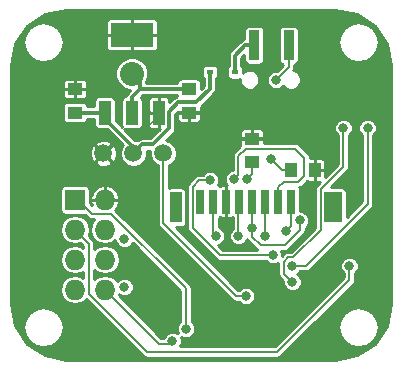
<source format=gbl>
G04 #@! TF.FileFunction,Copper,L2,Bot,Signal*
%FSLAX46Y46*%
G04 Gerber Fmt 4.6, Leading zero omitted, Abs format (unit mm)*
G04 Created by KiCad (PCBNEW 4.0.4+e1-6308~48~ubuntu16.04.1-stable) date Tue Nov 15 18:16:49 2016*
%MOMM*%
%LPD*%
G01*
G04 APERTURE LIST*
%ADD10C,0.100000*%
%ADD11R,1.000000X1.250000*%
%ADD12R,1.250000X1.000000*%
%ADD13R,0.590000X0.450000*%
%ADD14R,0.900000X2.500000*%
%ADD15C,1.500000*%
%ADD16R,3.657600X2.032000*%
%ADD17R,1.016000X2.032000*%
%ADD18R,1.727200X1.727200*%
%ADD19O,1.727200X1.727200*%
%ADD20R,0.700000X2.000000*%
%ADD21R,1.000000X2.600000*%
%ADD22R,1.500000X2.600000*%
%ADD23C,0.800000*%
%ADD24C,2.032000*%
%ADD25C,0.203200*%
%ADD26C,0.304800*%
%ADD27C,0.254000*%
G04 APERTURE END LIST*
D10*
D11*
X161322000Y-100330000D03*
X163322000Y-100330000D03*
D12*
X157988000Y-99695000D03*
X157988000Y-97695000D03*
X143002000Y-95488000D03*
X143002000Y-93488000D03*
X152654000Y-93488000D03*
X152654000Y-95488000D03*
D13*
X154432000Y-92075000D03*
X156542000Y-92075000D03*
D14*
X161089000Y-89789000D03*
X158189000Y-89789000D03*
D15*
X145415000Y-98933000D03*
X147955000Y-98933000D03*
X150495000Y-98933000D03*
D16*
X147828000Y-88900000D03*
D17*
X147828000Y-95504000D03*
X145542000Y-95504000D03*
X150114000Y-95504000D03*
D18*
X143002000Y-102870000D03*
D19*
X145542000Y-102870000D03*
X143002000Y-105410000D03*
X145542000Y-105410000D03*
X143002000Y-107950000D03*
X145542000Y-107950000D03*
X143002000Y-110490000D03*
X145542000Y-110490000D03*
D20*
X153615000Y-103020000D03*
X154715000Y-103020000D03*
X155815000Y-103020000D03*
X156915000Y-103020000D03*
X158015000Y-103020000D03*
X159115000Y-103020000D03*
X160215000Y-103020000D03*
X161315000Y-103020000D03*
D21*
X151515000Y-103520000D03*
D22*
X164865000Y-103520000D03*
D23*
X163068000Y-101981000D03*
X148971000Y-96901000D03*
X162179000Y-111887000D03*
X155448000Y-108585000D03*
X153035000Y-100457000D03*
X154940000Y-112522000D03*
X147193000Y-110236000D03*
X147193000Y-106172000D03*
X157607000Y-101092000D03*
X158015000Y-105283000D03*
X162037878Y-104616201D03*
D24*
X147828000Y-92202000D03*
D23*
X157480000Y-111014800D03*
X154940000Y-105918000D03*
X156845000Y-105918000D03*
X159131000Y-105918000D03*
X156464000Y-101092000D03*
X160909000Y-105537000D03*
X159766000Y-107569000D03*
X154432000Y-101219000D03*
X167769420Y-96771580D03*
X161417000Y-108458000D03*
X165730047Y-96774113D03*
X161417000Y-109855000D03*
X151257000Y-114808000D03*
X152400000Y-113792000D03*
X166243000Y-108458000D03*
X160020000Y-92710000D03*
X159639000Y-99441000D03*
D25*
X145288000Y-102616000D02*
X145542000Y-102870000D01*
X163322000Y-100330000D02*
X163322000Y-101727000D01*
X163322000Y-101727000D02*
X163068000Y-101981000D01*
X150114000Y-95504000D02*
X150114000Y-95758000D01*
X150114000Y-95758000D02*
X148971000Y-96901000D01*
X150114000Y-95504000D02*
X150114000Y-96012000D01*
X146050000Y-102870000D02*
X145542000Y-102870000D01*
X155448000Y-100584000D02*
X155278199Y-100414199D01*
X155278199Y-100414199D02*
X153077801Y-100414199D01*
X153077801Y-100414199D02*
X153035000Y-100457000D01*
X155448000Y-101043894D02*
X155448000Y-100584000D01*
X155448000Y-101449800D02*
X155448000Y-101043894D01*
X155815000Y-103020000D02*
X155815000Y-101816800D01*
X155815000Y-101816800D02*
X155448000Y-101449800D01*
X157988000Y-99695000D02*
X157988000Y-100711000D01*
X157988000Y-100711000D02*
X157607000Y-101092000D01*
X158015000Y-103020000D02*
X158015000Y-105283000D01*
X158015000Y-105283000D02*
X158015000Y-105993106D01*
X158744695Y-106722801D02*
X160766305Y-106722801D01*
X162037878Y-105451228D02*
X162037878Y-104616201D01*
X160766305Y-106722801D02*
X162037878Y-105451228D01*
X158015000Y-105993106D02*
X158744695Y-106722801D01*
D26*
X148523200Y-93488000D02*
X148523200Y-92897200D01*
X148523200Y-92897200D02*
X147828000Y-92202000D01*
X147828000Y-95504000D02*
X147828000Y-94183200D01*
X147828000Y-94183200D02*
X148523200Y-93488000D01*
X148523200Y-93488000D02*
X151724200Y-93488000D01*
X151724200Y-93488000D02*
X152654000Y-93488000D01*
D25*
X156645894Y-111014800D02*
X150495000Y-104863906D01*
X150495000Y-104863906D02*
X150495000Y-98933000D01*
X156645894Y-111014800D02*
X157480000Y-111014800D01*
X154715000Y-103020000D02*
X154715000Y-105693000D01*
X154715000Y-105693000D02*
X154940000Y-105918000D01*
X154686000Y-103049000D02*
X154715000Y-103020000D01*
X156845000Y-105918000D02*
X156845000Y-103090000D01*
X156845000Y-103090000D02*
X156915000Y-103020000D01*
X159131000Y-105918000D02*
X159131000Y-103036000D01*
X159131000Y-103036000D02*
X159115000Y-103020000D01*
X156822358Y-100733642D02*
X156464000Y-101092000D01*
X156822358Y-99187000D02*
X156822358Y-100733642D01*
X161671000Y-98552000D02*
X157457358Y-98552000D01*
X157457358Y-98552000D02*
X156822358Y-99187000D01*
X162433000Y-99314000D02*
X161671000Y-98552000D01*
X162433000Y-100838000D02*
X162433000Y-99314000D01*
X161925000Y-101346000D02*
X162433000Y-100838000D01*
X160685800Y-101346000D02*
X161925000Y-101346000D01*
X160215000Y-103020000D02*
X160215000Y-101816800D01*
X160215000Y-101816800D02*
X160685800Y-101346000D01*
X160909000Y-105537000D02*
X161315000Y-105131000D01*
X161315000Y-105131000D02*
X161315000Y-103020000D01*
X155296262Y-107569000D02*
X152960199Y-105232937D01*
X152960199Y-105232937D02*
X152960199Y-101776159D01*
X152960199Y-101776159D02*
X153517358Y-101219000D01*
X153517358Y-101219000D02*
X153724894Y-101219000D01*
X153724894Y-101219000D02*
X154432000Y-101219000D01*
X155296262Y-107569000D02*
X159766000Y-107569000D01*
X161417000Y-108458000D02*
X162525642Y-108458000D01*
X167769420Y-103214222D02*
X167769420Y-96771580D01*
X162525642Y-108458000D02*
X167769420Y-103214222D01*
X165730047Y-96774113D02*
X165730047Y-100056311D01*
X160712199Y-108119695D02*
X160712199Y-109150199D01*
X165730047Y-100056311D02*
X163810199Y-101976159D01*
X161486801Y-107753199D02*
X161078695Y-107753199D01*
X163810199Y-101976159D02*
X163810199Y-105429801D01*
X160712199Y-109150199D02*
X161417000Y-109855000D01*
X163810199Y-105429801D02*
X161486801Y-107753199D01*
X161078695Y-107753199D02*
X160712199Y-108119695D01*
X150114000Y-115062000D02*
X151003000Y-115062000D01*
X151003000Y-115062000D02*
X151257000Y-114808000D01*
X150114000Y-115062000D02*
X145542000Y-110490000D01*
X143891000Y-103505000D02*
X143637000Y-103505000D01*
X143637000Y-103505000D02*
X143002000Y-102870000D01*
X144424401Y-104038401D02*
X143891000Y-103505000D01*
X152400000Y-113792000D02*
X152400000Y-110363000D01*
X152400000Y-110363000D02*
X146075401Y-104038401D01*
X146075401Y-104038401D02*
X144424401Y-104038401D01*
X166243000Y-108458000D02*
X166243000Y-109625738D01*
X160103537Y-115765201D02*
X149087967Y-115765201D01*
X166243000Y-109625738D02*
X160103537Y-115765201D01*
X149087967Y-115765201D02*
X144170401Y-110847635D01*
X143865599Y-106273599D02*
X143002000Y-105410000D01*
X144170401Y-110847635D02*
X144170401Y-106578401D01*
X144170401Y-106578401D02*
X143865599Y-106273599D01*
D26*
X156542000Y-92075000D02*
X156542000Y-90681200D01*
X156542000Y-90681200D02*
X157434200Y-89789000D01*
X157434200Y-89789000D02*
X158189000Y-89789000D01*
D25*
X160020000Y-92710000D02*
X161089000Y-91641000D01*
X161089000Y-91641000D02*
X161089000Y-89789000D01*
D26*
X145542000Y-95504000D02*
X145542000Y-96012000D01*
X145542000Y-96012000D02*
X147955000Y-98425000D01*
X147955000Y-98425000D02*
X147955000Y-98933000D01*
X150977601Y-96804481D02*
X149599081Y-98183001D01*
X149599081Y-98183001D02*
X148704999Y-98183001D01*
X148704999Y-98183001D02*
X147955000Y-98933000D01*
X151744519Y-94632399D02*
X153274683Y-94632399D01*
X150977601Y-96804481D02*
X150977601Y-95399317D01*
X150977601Y-95399317D02*
X151744519Y-94632399D01*
X153274683Y-94632399D02*
X154432000Y-93475082D01*
X154432000Y-93475082D02*
X154432000Y-92075000D01*
X143002000Y-95488000D02*
X145526000Y-95488000D01*
X145526000Y-95488000D02*
X145542000Y-95504000D01*
D25*
X160528000Y-100330000D02*
X161322000Y-100330000D01*
X159639000Y-99441000D02*
X160528000Y-100330000D01*
D27*
G36*
X166875864Y-87152685D02*
X168381368Y-88158631D01*
X169387316Y-89664138D01*
X169749000Y-91482448D01*
X169749000Y-111717552D01*
X169387316Y-113535862D01*
X168381368Y-115041369D01*
X166875864Y-116047315D01*
X165057552Y-116409000D01*
X142282448Y-116409000D01*
X140464138Y-116047316D01*
X138958631Y-115041368D01*
X138038971Y-113665000D01*
X138634000Y-113665000D01*
X138763481Y-114315945D01*
X139132211Y-114867789D01*
X139684055Y-115236519D01*
X140335000Y-115366000D01*
X140985945Y-115236519D01*
X141537789Y-114867789D01*
X141906519Y-114315945D01*
X142036000Y-113665000D01*
X141906519Y-113014055D01*
X141537789Y-112462211D01*
X140985945Y-112093481D01*
X140335000Y-111964000D01*
X139684055Y-112093481D01*
X139132211Y-112462211D01*
X138763481Y-113014055D01*
X138634000Y-113665000D01*
X138038971Y-113665000D01*
X137952685Y-113535864D01*
X137591000Y-111717552D01*
X137591000Y-105410000D01*
X141733017Y-105410000D01*
X141827757Y-105886288D01*
X142097552Y-106290065D01*
X142501329Y-106559860D01*
X142977617Y-106654600D01*
X143026383Y-106654600D01*
X143474887Y-106565387D01*
X143524347Y-106614846D01*
X143524349Y-106614849D01*
X143687801Y-106778301D01*
X143687801Y-106923840D01*
X143502671Y-106800140D01*
X143026383Y-106705400D01*
X142977617Y-106705400D01*
X142501329Y-106800140D01*
X142097552Y-107069935D01*
X141827757Y-107473712D01*
X141733017Y-107950000D01*
X141827757Y-108426288D01*
X142097552Y-108830065D01*
X142501329Y-109099860D01*
X142977617Y-109194600D01*
X143026383Y-109194600D01*
X143502671Y-109099860D01*
X143687801Y-108976160D01*
X143687801Y-109463840D01*
X143502671Y-109340140D01*
X143026383Y-109245400D01*
X142977617Y-109245400D01*
X142501329Y-109340140D01*
X142097552Y-109609935D01*
X141827757Y-110013712D01*
X141733017Y-110490000D01*
X141827757Y-110966288D01*
X142097552Y-111370065D01*
X142501329Y-111639860D01*
X142977617Y-111734600D01*
X143026383Y-111734600D01*
X143502671Y-111639860D01*
X143906448Y-111370065D01*
X143948058Y-111307792D01*
X148746715Y-116106448D01*
X148746717Y-116106451D01*
X148903284Y-116211065D01*
X149087967Y-116247802D01*
X149087972Y-116247801D01*
X160103537Y-116247801D01*
X160288220Y-116211065D01*
X160444787Y-116106451D01*
X162886238Y-113665000D01*
X165304000Y-113665000D01*
X165433481Y-114315945D01*
X165802211Y-114867789D01*
X166354055Y-115236519D01*
X167005000Y-115366000D01*
X167655945Y-115236519D01*
X168207789Y-114867789D01*
X168576519Y-114315945D01*
X168706000Y-113665000D01*
X168576519Y-113014055D01*
X168207789Y-112462211D01*
X167655945Y-112093481D01*
X167005000Y-111964000D01*
X166354055Y-112093481D01*
X165802211Y-112462211D01*
X165433481Y-113014055D01*
X165304000Y-113665000D01*
X162886238Y-113665000D01*
X166584250Y-109966988D01*
X166688864Y-109810421D01*
X166725600Y-109625738D01*
X166725600Y-109079780D01*
X166904714Y-108900979D01*
X167023864Y-108614032D01*
X167024136Y-108303331D01*
X166905486Y-108016177D01*
X166685979Y-107796286D01*
X166399032Y-107677136D01*
X166088331Y-107676864D01*
X165801177Y-107795514D01*
X165581286Y-108015021D01*
X165462136Y-108301968D01*
X165461864Y-108612669D01*
X165580514Y-108899823D01*
X165760400Y-109080024D01*
X165760400Y-109425838D01*
X159903637Y-115282601D01*
X151887037Y-115282601D01*
X151918714Y-115250979D01*
X152037864Y-114964032D01*
X152038136Y-114653331D01*
X151954691Y-114451380D01*
X151957021Y-114453714D01*
X152243968Y-114572864D01*
X152554669Y-114573136D01*
X152841823Y-114454486D01*
X153061714Y-114234979D01*
X153180864Y-113948032D01*
X153181136Y-113637331D01*
X153062486Y-113350177D01*
X152882600Y-113169976D01*
X152882600Y-110363005D01*
X152882601Y-110363000D01*
X152845864Y-110178317D01*
X152741250Y-110021750D01*
X146429961Y-103710461D01*
X146556316Y-103591246D01*
X146755115Y-103148182D01*
X146769226Y-103077232D01*
X146691280Y-102882700D01*
X145554700Y-102882700D01*
X145554700Y-102902700D01*
X145529300Y-102902700D01*
X145529300Y-102882700D01*
X144392720Y-102882700D01*
X144314774Y-103077232D01*
X144328885Y-103148182D01*
X144420203Y-103351703D01*
X144254064Y-103185564D01*
X144254064Y-102662768D01*
X144314774Y-102662768D01*
X144392720Y-102857300D01*
X145529300Y-102857300D01*
X145529300Y-101720714D01*
X145554700Y-101720714D01*
X145554700Y-102857300D01*
X146691280Y-102857300D01*
X146769226Y-102662768D01*
X146755115Y-102591818D01*
X146556316Y-102148754D01*
X146203097Y-101815494D01*
X145749232Y-101642773D01*
X145554700Y-101720714D01*
X145529300Y-101720714D01*
X145334768Y-101642773D01*
X144880903Y-101815494D01*
X144527684Y-102148754D01*
X144328885Y-102591818D01*
X144314774Y-102662768D01*
X144254064Y-102662768D01*
X144254064Y-102006400D01*
X144227497Y-101865210D01*
X144144054Y-101735535D01*
X144016734Y-101648541D01*
X143865600Y-101617936D01*
X142138400Y-101617936D01*
X141997210Y-101644503D01*
X141867535Y-101727946D01*
X141780541Y-101855266D01*
X141749936Y-102006400D01*
X141749936Y-103733600D01*
X141776503Y-103874790D01*
X141859946Y-104004465D01*
X141987266Y-104091459D01*
X142138400Y-104122064D01*
X143825564Y-104122064D01*
X144083151Y-104379651D01*
X144239718Y-104484265D01*
X144424401Y-104521001D01*
X144650923Y-104521001D01*
X144637552Y-104529935D01*
X144367757Y-104933712D01*
X144273017Y-105410000D01*
X144367757Y-105886288D01*
X144637552Y-106290065D01*
X145041329Y-106559860D01*
X145517617Y-106654600D01*
X145566383Y-106654600D01*
X146042671Y-106559860D01*
X146411876Y-106313165D01*
X146411864Y-106326669D01*
X146530514Y-106613823D01*
X146750021Y-106833714D01*
X147036968Y-106952864D01*
X147347669Y-106953136D01*
X147634823Y-106834486D01*
X147854714Y-106614979D01*
X147888386Y-106533886D01*
X151917400Y-110562900D01*
X151917400Y-113170220D01*
X151738286Y-113349021D01*
X151619136Y-113635968D01*
X151618864Y-113946669D01*
X151702309Y-114148620D01*
X151699979Y-114146286D01*
X151413032Y-114027136D01*
X151102331Y-114026864D01*
X150815177Y-114145514D01*
X150595286Y-114365021D01*
X150506269Y-114579400D01*
X150313899Y-114579400D01*
X146710053Y-110975553D01*
X146716243Y-110966288D01*
X146733229Y-110880893D01*
X146750021Y-110897714D01*
X147036968Y-111016864D01*
X147347669Y-111017136D01*
X147634823Y-110898486D01*
X147854714Y-110678979D01*
X147973864Y-110392032D01*
X147974136Y-110081331D01*
X147855486Y-109794177D01*
X147635979Y-109574286D01*
X147349032Y-109455136D01*
X147038331Y-109454864D01*
X146751177Y-109573514D01*
X146553779Y-109770567D01*
X146446448Y-109609935D01*
X146042671Y-109340140D01*
X145566383Y-109245400D01*
X145517617Y-109245400D01*
X145041329Y-109340140D01*
X144653001Y-109599612D01*
X144653001Y-108840388D01*
X145041329Y-109099860D01*
X145517617Y-109194600D01*
X145566383Y-109194600D01*
X146042671Y-109099860D01*
X146446448Y-108830065D01*
X146716243Y-108426288D01*
X146810983Y-107950000D01*
X146716243Y-107473712D01*
X146446448Y-107069935D01*
X146042671Y-106800140D01*
X145566383Y-106705400D01*
X145517617Y-106705400D01*
X145041329Y-106800140D01*
X144653001Y-107059612D01*
X144653001Y-106578401D01*
X144616265Y-106393718D01*
X144511651Y-106237151D01*
X144206849Y-105932349D01*
X144206846Y-105932347D01*
X144170052Y-105895553D01*
X144176243Y-105886288D01*
X144270983Y-105410000D01*
X144176243Y-104933712D01*
X143906448Y-104529935D01*
X143502671Y-104260140D01*
X143026383Y-104165400D01*
X142977617Y-104165400D01*
X142501329Y-104260140D01*
X142097552Y-104529935D01*
X141827757Y-104933712D01*
X141733017Y-105410000D01*
X137591000Y-105410000D01*
X137591000Y-99689980D01*
X144675980Y-99689980D01*
X144747506Y-99873333D01*
X145158165Y-100057193D01*
X145607926Y-100069905D01*
X146028315Y-99909534D01*
X146082494Y-99873333D01*
X146154020Y-99689980D01*
X145415000Y-98950961D01*
X144675980Y-99689980D01*
X137591000Y-99689980D01*
X137591000Y-99125926D01*
X144278095Y-99125926D01*
X144438466Y-99546315D01*
X144474667Y-99600494D01*
X144658020Y-99672020D01*
X145397039Y-98933000D01*
X145432961Y-98933000D01*
X146171980Y-99672020D01*
X146355333Y-99600494D01*
X146539193Y-99189835D01*
X146551905Y-98740074D01*
X146391534Y-98319685D01*
X146355333Y-98265506D01*
X146171980Y-98193980D01*
X145432961Y-98933000D01*
X145397039Y-98933000D01*
X144658020Y-98193980D01*
X144474667Y-98265506D01*
X144290807Y-98676165D01*
X144278095Y-99125926D01*
X137591000Y-99125926D01*
X137591000Y-98176020D01*
X144675980Y-98176020D01*
X145415000Y-98915039D01*
X146154020Y-98176020D01*
X146082494Y-97992667D01*
X145671835Y-97808807D01*
X145222074Y-97796095D01*
X144801685Y-97956466D01*
X144747506Y-97992667D01*
X144675980Y-98176020D01*
X137591000Y-98176020D01*
X137591000Y-94988000D01*
X141988536Y-94988000D01*
X141988536Y-95988000D01*
X142015103Y-96129190D01*
X142098546Y-96258865D01*
X142225866Y-96345859D01*
X142377000Y-96376464D01*
X143627000Y-96376464D01*
X143768190Y-96349897D01*
X143897865Y-96266454D01*
X143984859Y-96139134D01*
X144008700Y-96021400D01*
X144645536Y-96021400D01*
X144645536Y-96520000D01*
X144672103Y-96661190D01*
X144755546Y-96790865D01*
X144882866Y-96877859D01*
X145034000Y-96908464D01*
X145684122Y-96908464D01*
X147031983Y-98256325D01*
X146996744Y-98291503D01*
X146824196Y-98707043D01*
X146823804Y-99156983D01*
X146995625Y-99572823D01*
X147313503Y-99891256D01*
X147729043Y-100063804D01*
X148178983Y-100064196D01*
X148594823Y-99892375D01*
X148913256Y-99574497D01*
X149085804Y-99158957D01*
X149086190Y-98716401D01*
X149364188Y-98716401D01*
X149363804Y-99156983D01*
X149535625Y-99572823D01*
X149853503Y-99891256D01*
X150012400Y-99957236D01*
X150012400Y-104863906D01*
X150049136Y-105048589D01*
X150153750Y-105205156D01*
X156304644Y-111356050D01*
X156461211Y-111460664D01*
X156645894Y-111497401D01*
X156645899Y-111497400D01*
X156858220Y-111497400D01*
X157037021Y-111676514D01*
X157323968Y-111795664D01*
X157634669Y-111795936D01*
X157921823Y-111677286D01*
X158141714Y-111457779D01*
X158260864Y-111170832D01*
X158261136Y-110860131D01*
X158142486Y-110572977D01*
X157922979Y-110353086D01*
X157636032Y-110233936D01*
X157325331Y-110233664D01*
X157038177Y-110352314D01*
X156857976Y-110532200D01*
X156845794Y-110532200D01*
X151522058Y-105208464D01*
X152015000Y-105208464D01*
X152156190Y-105181897D01*
X152285865Y-105098454D01*
X152372859Y-104971134D01*
X152403464Y-104820000D01*
X152403464Y-102220000D01*
X152376897Y-102078810D01*
X152293454Y-101949135D01*
X152166134Y-101862141D01*
X152015000Y-101831536D01*
X151015000Y-101831536D01*
X150977600Y-101838573D01*
X150977600Y-101776159D01*
X152477599Y-101776159D01*
X152477599Y-105232937D01*
X152514335Y-105417620D01*
X152618949Y-105574187D01*
X154955012Y-107910250D01*
X155111579Y-108014864D01*
X155296262Y-108051600D01*
X159144220Y-108051600D01*
X159323021Y-108230714D01*
X159609968Y-108349864D01*
X159920669Y-108350136D01*
X160207823Y-108231486D01*
X160229599Y-108209748D01*
X160229599Y-109150199D01*
X160266335Y-109334882D01*
X160370949Y-109491449D01*
X160636086Y-109756586D01*
X160635864Y-110009669D01*
X160754514Y-110296823D01*
X160974021Y-110516714D01*
X161260968Y-110635864D01*
X161571669Y-110636136D01*
X161858823Y-110517486D01*
X162078714Y-110297979D01*
X162197864Y-110011032D01*
X162198136Y-109700331D01*
X162079486Y-109413177D01*
X161859979Y-109193286D01*
X161771525Y-109156557D01*
X161858823Y-109120486D01*
X162039024Y-108940600D01*
X162525642Y-108940600D01*
X162710325Y-108903864D01*
X162866892Y-108799250D01*
X168110670Y-103555472D01*
X168215284Y-103398905D01*
X168252020Y-103214222D01*
X168252020Y-97393360D01*
X168431134Y-97214559D01*
X168550284Y-96927612D01*
X168550556Y-96616911D01*
X168431906Y-96329757D01*
X168212399Y-96109866D01*
X167925452Y-95990716D01*
X167614751Y-95990444D01*
X167327597Y-96109094D01*
X167107706Y-96328601D01*
X166988556Y-96615548D01*
X166988284Y-96926249D01*
X167106934Y-97213403D01*
X167286820Y-97393604D01*
X167286820Y-103014322D01*
X166003464Y-104297678D01*
X166003464Y-102220000D01*
X165976897Y-102078810D01*
X165893454Y-101949135D01*
X165766134Y-101862141D01*
X165615000Y-101831536D01*
X164637322Y-101831536D01*
X166071297Y-100397561D01*
X166175911Y-100240994D01*
X166212647Y-100056311D01*
X166212647Y-97395893D01*
X166391761Y-97217092D01*
X166510911Y-96930145D01*
X166511183Y-96619444D01*
X166392533Y-96332290D01*
X166173026Y-96112399D01*
X165886079Y-95993249D01*
X165575378Y-95992977D01*
X165288224Y-96111627D01*
X165068333Y-96331134D01*
X164949183Y-96618081D01*
X164948911Y-96928782D01*
X165067561Y-97215936D01*
X165247447Y-97396137D01*
X165247447Y-99856411D01*
X164203000Y-100900858D01*
X164203000Y-100437950D01*
X164107750Y-100342700D01*
X163334700Y-100342700D01*
X163334700Y-101240750D01*
X163429950Y-101336000D01*
X163767858Y-101336000D01*
X163468949Y-101634909D01*
X163364335Y-101791476D01*
X163327599Y-101976159D01*
X163327599Y-105229901D01*
X161286901Y-107270599D01*
X161078700Y-107270599D01*
X161078695Y-107270598D01*
X160894012Y-107307335D01*
X160737445Y-107411949D01*
X160737443Y-107411952D01*
X160546971Y-107602423D01*
X160547136Y-107414331D01*
X160460808Y-107205401D01*
X160766305Y-107205401D01*
X160950988Y-107168665D01*
X161107555Y-107064051D01*
X162379128Y-105792478D01*
X162483742Y-105635911D01*
X162520479Y-105451228D01*
X162520478Y-105451223D01*
X162520478Y-105237981D01*
X162699592Y-105059180D01*
X162818742Y-104772233D01*
X162819014Y-104461532D01*
X162700364Y-104174378D01*
X162480857Y-103954487D01*
X162193910Y-103835337D01*
X162053464Y-103835214D01*
X162053464Y-102020000D01*
X162026897Y-101878810D01*
X161986692Y-101816329D01*
X162109683Y-101791864D01*
X162266250Y-101687250D01*
X162655199Y-101298300D01*
X162746214Y-101336000D01*
X163214050Y-101336000D01*
X163309300Y-101240750D01*
X163309300Y-100342700D01*
X163289300Y-100342700D01*
X163289300Y-100317300D01*
X163309300Y-100317300D01*
X163309300Y-99419250D01*
X163334700Y-99419250D01*
X163334700Y-100317300D01*
X164107750Y-100317300D01*
X164203000Y-100222050D01*
X164203000Y-99629215D01*
X164144996Y-99489181D01*
X164037820Y-99382004D01*
X163897786Y-99324000D01*
X163429950Y-99324000D01*
X163334700Y-99419250D01*
X163309300Y-99419250D01*
X163214050Y-99324000D01*
X162915600Y-99324000D01*
X162915600Y-99314005D01*
X162915601Y-99314000D01*
X162878864Y-99129317D01*
X162774250Y-98972750D01*
X162012250Y-98210750D01*
X161855683Y-98106136D01*
X161671000Y-98069400D01*
X158994000Y-98069400D01*
X158994000Y-97802950D01*
X158898750Y-97707700D01*
X158000700Y-97707700D01*
X158000700Y-97727700D01*
X157975300Y-97727700D01*
X157975300Y-97707700D01*
X157077250Y-97707700D01*
X156982000Y-97802950D01*
X156982000Y-98270786D01*
X157003695Y-98323163D01*
X156481108Y-98845750D01*
X156376494Y-99002317D01*
X156339758Y-99187000D01*
X156339758Y-100310891D01*
X156309331Y-100310864D01*
X156022177Y-100429514D01*
X155802286Y-100649021D01*
X155683136Y-100935968D01*
X155682864Y-101246669D01*
X155801514Y-101533823D01*
X155914721Y-101647229D01*
X155827700Y-101734250D01*
X155827700Y-103007300D01*
X155847700Y-103007300D01*
X155847700Y-103032700D01*
X155827700Y-103032700D01*
X155827700Y-104305750D01*
X155922950Y-104401000D01*
X156240786Y-104401000D01*
X156362400Y-104350626D01*
X156362400Y-105296220D01*
X156183286Y-105475021D01*
X156064136Y-105761968D01*
X156063864Y-106072669D01*
X156182514Y-106359823D01*
X156402021Y-106579714D01*
X156688968Y-106698864D01*
X156999669Y-106699136D01*
X157286823Y-106580486D01*
X157506714Y-106360979D01*
X157577551Y-106190383D01*
X157673750Y-106334356D01*
X158403443Y-107064048D01*
X158403445Y-107064051D01*
X158436893Y-107086400D01*
X155496162Y-107086400D01*
X155104738Y-106694976D01*
X155381823Y-106580486D01*
X155601714Y-106360979D01*
X155720864Y-106074032D01*
X155721136Y-105763331D01*
X155602486Y-105476177D01*
X155382979Y-105256286D01*
X155197600Y-105179310D01*
X155197600Y-104383513D01*
X155206190Y-104381897D01*
X155259805Y-104347397D01*
X155389214Y-104401000D01*
X155707050Y-104401000D01*
X155802300Y-104305750D01*
X155802300Y-103032700D01*
X155782300Y-103032700D01*
X155782300Y-103007300D01*
X155802300Y-103007300D01*
X155802300Y-101734250D01*
X155707050Y-101639000D01*
X155389214Y-101639000D01*
X155260373Y-101692368D01*
X155216134Y-101662141D01*
X155103147Y-101639261D01*
X155212864Y-101375032D01*
X155213136Y-101064331D01*
X155094486Y-100777177D01*
X154874979Y-100557286D01*
X154588032Y-100438136D01*
X154277331Y-100437864D01*
X153990177Y-100556514D01*
X153809976Y-100736400D01*
X153517363Y-100736400D01*
X153517358Y-100736399D01*
X153332675Y-100773136D01*
X153176108Y-100877750D01*
X152618949Y-101434909D01*
X152514335Y-101591476D01*
X152477599Y-101776159D01*
X150977600Y-101776159D01*
X150977600Y-99957338D01*
X151134823Y-99892375D01*
X151453256Y-99574497D01*
X151625804Y-99158957D01*
X151626196Y-98709017D01*
X151454375Y-98293177D01*
X151136497Y-97974744D01*
X150730334Y-97806090D01*
X151354772Y-97181652D01*
X151396491Y-97119214D01*
X156982000Y-97119214D01*
X156982000Y-97587050D01*
X157077250Y-97682300D01*
X157975300Y-97682300D01*
X157975300Y-96909250D01*
X158000700Y-96909250D01*
X158000700Y-97682300D01*
X158898750Y-97682300D01*
X158994000Y-97587050D01*
X158994000Y-97119214D01*
X158935996Y-96979180D01*
X158828819Y-96872004D01*
X158688785Y-96814000D01*
X158095950Y-96814000D01*
X158000700Y-96909250D01*
X157975300Y-96909250D01*
X157880050Y-96814000D01*
X157287215Y-96814000D01*
X157147181Y-96872004D01*
X157040004Y-96979180D01*
X156982000Y-97119214D01*
X151396491Y-97119214D01*
X151470398Y-97008604D01*
X151511002Y-96804481D01*
X151511001Y-96804476D01*
X151511001Y-95620259D01*
X151535310Y-95595950D01*
X151648000Y-95595950D01*
X151648000Y-96063786D01*
X151706004Y-96203820D01*
X151813181Y-96310996D01*
X151953215Y-96369000D01*
X152546050Y-96369000D01*
X152641300Y-96273750D01*
X152641300Y-95500700D01*
X152666700Y-95500700D01*
X152666700Y-96273750D01*
X152761950Y-96369000D01*
X153354785Y-96369000D01*
X153494819Y-96310996D01*
X153601996Y-96203820D01*
X153660000Y-96063786D01*
X153660000Y-95595950D01*
X153564750Y-95500700D01*
X152666700Y-95500700D01*
X152641300Y-95500700D01*
X151743250Y-95500700D01*
X151648000Y-95595950D01*
X151535310Y-95595950D01*
X151699605Y-95431655D01*
X151743250Y-95475300D01*
X152641300Y-95475300D01*
X152641300Y-95455300D01*
X152666700Y-95455300D01*
X152666700Y-95475300D01*
X153564750Y-95475300D01*
X153660000Y-95380050D01*
X153660000Y-95001424D01*
X154809168Y-93852255D01*
X154809171Y-93852253D01*
X154917315Y-93690403D01*
X154924797Y-93679206D01*
X154965400Y-93475082D01*
X154965400Y-92599345D01*
X154997865Y-92578454D01*
X155084859Y-92451134D01*
X155115464Y-92300000D01*
X155115464Y-91850000D01*
X155858536Y-91850000D01*
X155858536Y-92300000D01*
X155885103Y-92441190D01*
X155968546Y-92570865D01*
X156095866Y-92657859D01*
X156247000Y-92688464D01*
X156837000Y-92688464D01*
X156959039Y-92665501D01*
X156958856Y-92874571D01*
X157085102Y-93180109D01*
X157318662Y-93414077D01*
X157623979Y-93540855D01*
X157954571Y-93541144D01*
X158260109Y-93414898D01*
X158494077Y-93181338D01*
X158620855Y-92876021D01*
X158620864Y-92864669D01*
X159238864Y-92864669D01*
X159357514Y-93151823D01*
X159577021Y-93371714D01*
X159863968Y-93490864D01*
X160174669Y-93491136D01*
X160461823Y-93372486D01*
X160619759Y-93214826D01*
X160818662Y-93414077D01*
X161123979Y-93540855D01*
X161454571Y-93541144D01*
X161760109Y-93414898D01*
X161994077Y-93181338D01*
X162120855Y-92876021D01*
X162121144Y-92545429D01*
X161994898Y-92239891D01*
X161761338Y-92005923D01*
X161489777Y-91893161D01*
X161534864Y-91825683D01*
X161571600Y-91641000D01*
X161571600Y-91421330D01*
X161680190Y-91400897D01*
X161809865Y-91317454D01*
X161896859Y-91190134D01*
X161927464Y-91039000D01*
X161927464Y-89535000D01*
X165304000Y-89535000D01*
X165433481Y-90185945D01*
X165802211Y-90737789D01*
X166354055Y-91106519D01*
X167005000Y-91236000D01*
X167655945Y-91106519D01*
X168207789Y-90737789D01*
X168576519Y-90185945D01*
X168706000Y-89535000D01*
X168576519Y-88884055D01*
X168207789Y-88332211D01*
X167655945Y-87963481D01*
X167005000Y-87834000D01*
X166354055Y-87963481D01*
X165802211Y-88332211D01*
X165433481Y-88884055D01*
X165304000Y-89535000D01*
X161927464Y-89535000D01*
X161927464Y-88539000D01*
X161900897Y-88397810D01*
X161817454Y-88268135D01*
X161690134Y-88181141D01*
X161539000Y-88150536D01*
X160639000Y-88150536D01*
X160497810Y-88177103D01*
X160368135Y-88260546D01*
X160281141Y-88387866D01*
X160250536Y-88539000D01*
X160250536Y-91039000D01*
X160277103Y-91180190D01*
X160360546Y-91309865D01*
X160487866Y-91396859D01*
X160606400Y-91420862D01*
X160606400Y-91441100D01*
X160118414Y-91929086D01*
X159865331Y-91928864D01*
X159578177Y-92047514D01*
X159358286Y-92267021D01*
X159239136Y-92553968D01*
X159238864Y-92864669D01*
X158620864Y-92864669D01*
X158621144Y-92545429D01*
X158494898Y-92239891D01*
X158261338Y-92005923D01*
X157956021Y-91879145D01*
X157625429Y-91878856D01*
X157319891Y-92005102D01*
X157225464Y-92099364D01*
X157225464Y-91850000D01*
X157198897Y-91708810D01*
X157115454Y-91579135D01*
X157075400Y-91551767D01*
X157075400Y-90902142D01*
X157350536Y-90627006D01*
X157350536Y-91039000D01*
X157377103Y-91180190D01*
X157460546Y-91309865D01*
X157587866Y-91396859D01*
X157739000Y-91427464D01*
X158639000Y-91427464D01*
X158780190Y-91400897D01*
X158909865Y-91317454D01*
X158996859Y-91190134D01*
X159027464Y-91039000D01*
X159027464Y-88539000D01*
X159000897Y-88397810D01*
X158917454Y-88268135D01*
X158790134Y-88181141D01*
X158639000Y-88150536D01*
X157739000Y-88150536D01*
X157597810Y-88177103D01*
X157468135Y-88260546D01*
X157381141Y-88387866D01*
X157350536Y-88539000D01*
X157350536Y-89272242D01*
X157230076Y-89296203D01*
X157057029Y-89411829D01*
X156164829Y-90304029D01*
X156049203Y-90477077D01*
X156008600Y-90681200D01*
X156008600Y-91550655D01*
X155976135Y-91571546D01*
X155889141Y-91698866D01*
X155858536Y-91850000D01*
X155115464Y-91850000D01*
X155088897Y-91708810D01*
X155005454Y-91579135D01*
X154878134Y-91492141D01*
X154727000Y-91461536D01*
X154137000Y-91461536D01*
X153995810Y-91488103D01*
X153866135Y-91571546D01*
X153779141Y-91698866D01*
X153748536Y-91850000D01*
X153748536Y-92300000D01*
X153775103Y-92441190D01*
X153858546Y-92570865D01*
X153898600Y-92598233D01*
X153898600Y-93254141D01*
X153667464Y-93485277D01*
X153667464Y-92988000D01*
X153640897Y-92846810D01*
X153557454Y-92717135D01*
X153430134Y-92630141D01*
X153279000Y-92599536D01*
X152029000Y-92599536D01*
X151887810Y-92626103D01*
X151758135Y-92709546D01*
X151671141Y-92836866D01*
X151647300Y-92954600D01*
X149056600Y-92954600D01*
X149056600Y-92897200D01*
X149055103Y-92889673D01*
X149224757Y-92481100D01*
X149225242Y-91925339D01*
X149013010Y-91411697D01*
X148620370Y-91018371D01*
X148107100Y-90805243D01*
X147551339Y-90804758D01*
X147037697Y-91016990D01*
X146644371Y-91409630D01*
X146431243Y-91922900D01*
X146430758Y-92478661D01*
X146642990Y-92992303D01*
X147035630Y-93385629D01*
X147548900Y-93598757D01*
X147658006Y-93598852D01*
X147450829Y-93806029D01*
X147335203Y-93979077D01*
X147310901Y-94101248D01*
X147178810Y-94126103D01*
X147049135Y-94209546D01*
X146962141Y-94336866D01*
X146931536Y-94488000D01*
X146931536Y-96520000D01*
X146958103Y-96661190D01*
X146980792Y-96696450D01*
X146438464Y-96154122D01*
X146438464Y-94488000D01*
X146411897Y-94346810D01*
X146328454Y-94217135D01*
X146201134Y-94130141D01*
X146050000Y-94099536D01*
X145034000Y-94099536D01*
X144892810Y-94126103D01*
X144763135Y-94209546D01*
X144676141Y-94336866D01*
X144645536Y-94488000D01*
X144645536Y-94954600D01*
X144009179Y-94954600D01*
X143988897Y-94846810D01*
X143905454Y-94717135D01*
X143778134Y-94630141D01*
X143627000Y-94599536D01*
X142377000Y-94599536D01*
X142235810Y-94626103D01*
X142106135Y-94709546D01*
X142019141Y-94836866D01*
X141988536Y-94988000D01*
X137591000Y-94988000D01*
X137591000Y-93595950D01*
X141996000Y-93595950D01*
X141996000Y-94063786D01*
X142054004Y-94203820D01*
X142161181Y-94310996D01*
X142301215Y-94369000D01*
X142894050Y-94369000D01*
X142989300Y-94273750D01*
X142989300Y-93500700D01*
X143014700Y-93500700D01*
X143014700Y-94273750D01*
X143109950Y-94369000D01*
X143702785Y-94369000D01*
X143842819Y-94310996D01*
X143949996Y-94203820D01*
X144008000Y-94063786D01*
X144008000Y-93595950D01*
X143912750Y-93500700D01*
X143014700Y-93500700D01*
X142989300Y-93500700D01*
X142091250Y-93500700D01*
X141996000Y-93595950D01*
X137591000Y-93595950D01*
X137591000Y-92912214D01*
X141996000Y-92912214D01*
X141996000Y-93380050D01*
X142091250Y-93475300D01*
X142989300Y-93475300D01*
X142989300Y-92702250D01*
X143014700Y-92702250D01*
X143014700Y-93475300D01*
X143912750Y-93475300D01*
X144008000Y-93380050D01*
X144008000Y-92912214D01*
X143949996Y-92772180D01*
X143842819Y-92665004D01*
X143702785Y-92607000D01*
X143109950Y-92607000D01*
X143014700Y-92702250D01*
X142989300Y-92702250D01*
X142894050Y-92607000D01*
X142301215Y-92607000D01*
X142161181Y-92665004D01*
X142054004Y-92772180D01*
X141996000Y-92912214D01*
X137591000Y-92912214D01*
X137591000Y-91482448D01*
X137952685Y-89664136D01*
X138038970Y-89535000D01*
X138634000Y-89535000D01*
X138763481Y-90185945D01*
X139132211Y-90737789D01*
X139684055Y-91106519D01*
X140335000Y-91236000D01*
X140985945Y-91106519D01*
X141537789Y-90737789D01*
X141906519Y-90185945D01*
X142036000Y-89535000D01*
X141931164Y-89007950D01*
X145618200Y-89007950D01*
X145618200Y-89991785D01*
X145676204Y-90131819D01*
X145783380Y-90238996D01*
X145923414Y-90297000D01*
X147720050Y-90297000D01*
X147815300Y-90201750D01*
X147815300Y-88912700D01*
X147840700Y-88912700D01*
X147840700Y-90201750D01*
X147935950Y-90297000D01*
X149732586Y-90297000D01*
X149872620Y-90238996D01*
X149979796Y-90131819D01*
X150037800Y-89991785D01*
X150037800Y-89007950D01*
X149942550Y-88912700D01*
X147840700Y-88912700D01*
X147815300Y-88912700D01*
X145713450Y-88912700D01*
X145618200Y-89007950D01*
X141931164Y-89007950D01*
X141906519Y-88884055D01*
X141537789Y-88332211D01*
X140985945Y-87963481D01*
X140335000Y-87834000D01*
X139684055Y-87963481D01*
X139132211Y-88332211D01*
X138763481Y-88884055D01*
X138634000Y-89535000D01*
X138038970Y-89535000D01*
X138958631Y-88158632D01*
X139483066Y-87808215D01*
X145618200Y-87808215D01*
X145618200Y-88792050D01*
X145713450Y-88887300D01*
X147815300Y-88887300D01*
X147815300Y-87598250D01*
X147840700Y-87598250D01*
X147840700Y-88887300D01*
X149942550Y-88887300D01*
X150037800Y-88792050D01*
X150037800Y-87808215D01*
X149979796Y-87668181D01*
X149872620Y-87561004D01*
X149732586Y-87503000D01*
X147935950Y-87503000D01*
X147840700Y-87598250D01*
X147815300Y-87598250D01*
X147720050Y-87503000D01*
X145923414Y-87503000D01*
X145783380Y-87561004D01*
X145676204Y-87668181D01*
X145618200Y-87808215D01*
X139483066Y-87808215D01*
X140464138Y-87152684D01*
X142282448Y-86791000D01*
X165057552Y-86791000D01*
X166875864Y-87152685D01*
X166875864Y-87152685D01*
G37*
X166875864Y-87152685D02*
X168381368Y-88158631D01*
X169387316Y-89664138D01*
X169749000Y-91482448D01*
X169749000Y-111717552D01*
X169387316Y-113535862D01*
X168381368Y-115041369D01*
X166875864Y-116047315D01*
X165057552Y-116409000D01*
X142282448Y-116409000D01*
X140464138Y-116047316D01*
X138958631Y-115041368D01*
X138038971Y-113665000D01*
X138634000Y-113665000D01*
X138763481Y-114315945D01*
X139132211Y-114867789D01*
X139684055Y-115236519D01*
X140335000Y-115366000D01*
X140985945Y-115236519D01*
X141537789Y-114867789D01*
X141906519Y-114315945D01*
X142036000Y-113665000D01*
X141906519Y-113014055D01*
X141537789Y-112462211D01*
X140985945Y-112093481D01*
X140335000Y-111964000D01*
X139684055Y-112093481D01*
X139132211Y-112462211D01*
X138763481Y-113014055D01*
X138634000Y-113665000D01*
X138038971Y-113665000D01*
X137952685Y-113535864D01*
X137591000Y-111717552D01*
X137591000Y-105410000D01*
X141733017Y-105410000D01*
X141827757Y-105886288D01*
X142097552Y-106290065D01*
X142501329Y-106559860D01*
X142977617Y-106654600D01*
X143026383Y-106654600D01*
X143474887Y-106565387D01*
X143524347Y-106614846D01*
X143524349Y-106614849D01*
X143687801Y-106778301D01*
X143687801Y-106923840D01*
X143502671Y-106800140D01*
X143026383Y-106705400D01*
X142977617Y-106705400D01*
X142501329Y-106800140D01*
X142097552Y-107069935D01*
X141827757Y-107473712D01*
X141733017Y-107950000D01*
X141827757Y-108426288D01*
X142097552Y-108830065D01*
X142501329Y-109099860D01*
X142977617Y-109194600D01*
X143026383Y-109194600D01*
X143502671Y-109099860D01*
X143687801Y-108976160D01*
X143687801Y-109463840D01*
X143502671Y-109340140D01*
X143026383Y-109245400D01*
X142977617Y-109245400D01*
X142501329Y-109340140D01*
X142097552Y-109609935D01*
X141827757Y-110013712D01*
X141733017Y-110490000D01*
X141827757Y-110966288D01*
X142097552Y-111370065D01*
X142501329Y-111639860D01*
X142977617Y-111734600D01*
X143026383Y-111734600D01*
X143502671Y-111639860D01*
X143906448Y-111370065D01*
X143948058Y-111307792D01*
X148746715Y-116106448D01*
X148746717Y-116106451D01*
X148903284Y-116211065D01*
X149087967Y-116247802D01*
X149087972Y-116247801D01*
X160103537Y-116247801D01*
X160288220Y-116211065D01*
X160444787Y-116106451D01*
X162886238Y-113665000D01*
X165304000Y-113665000D01*
X165433481Y-114315945D01*
X165802211Y-114867789D01*
X166354055Y-115236519D01*
X167005000Y-115366000D01*
X167655945Y-115236519D01*
X168207789Y-114867789D01*
X168576519Y-114315945D01*
X168706000Y-113665000D01*
X168576519Y-113014055D01*
X168207789Y-112462211D01*
X167655945Y-112093481D01*
X167005000Y-111964000D01*
X166354055Y-112093481D01*
X165802211Y-112462211D01*
X165433481Y-113014055D01*
X165304000Y-113665000D01*
X162886238Y-113665000D01*
X166584250Y-109966988D01*
X166688864Y-109810421D01*
X166725600Y-109625738D01*
X166725600Y-109079780D01*
X166904714Y-108900979D01*
X167023864Y-108614032D01*
X167024136Y-108303331D01*
X166905486Y-108016177D01*
X166685979Y-107796286D01*
X166399032Y-107677136D01*
X166088331Y-107676864D01*
X165801177Y-107795514D01*
X165581286Y-108015021D01*
X165462136Y-108301968D01*
X165461864Y-108612669D01*
X165580514Y-108899823D01*
X165760400Y-109080024D01*
X165760400Y-109425838D01*
X159903637Y-115282601D01*
X151887037Y-115282601D01*
X151918714Y-115250979D01*
X152037864Y-114964032D01*
X152038136Y-114653331D01*
X151954691Y-114451380D01*
X151957021Y-114453714D01*
X152243968Y-114572864D01*
X152554669Y-114573136D01*
X152841823Y-114454486D01*
X153061714Y-114234979D01*
X153180864Y-113948032D01*
X153181136Y-113637331D01*
X153062486Y-113350177D01*
X152882600Y-113169976D01*
X152882600Y-110363005D01*
X152882601Y-110363000D01*
X152845864Y-110178317D01*
X152741250Y-110021750D01*
X146429961Y-103710461D01*
X146556316Y-103591246D01*
X146755115Y-103148182D01*
X146769226Y-103077232D01*
X146691280Y-102882700D01*
X145554700Y-102882700D01*
X145554700Y-102902700D01*
X145529300Y-102902700D01*
X145529300Y-102882700D01*
X144392720Y-102882700D01*
X144314774Y-103077232D01*
X144328885Y-103148182D01*
X144420203Y-103351703D01*
X144254064Y-103185564D01*
X144254064Y-102662768D01*
X144314774Y-102662768D01*
X144392720Y-102857300D01*
X145529300Y-102857300D01*
X145529300Y-101720714D01*
X145554700Y-101720714D01*
X145554700Y-102857300D01*
X146691280Y-102857300D01*
X146769226Y-102662768D01*
X146755115Y-102591818D01*
X146556316Y-102148754D01*
X146203097Y-101815494D01*
X145749232Y-101642773D01*
X145554700Y-101720714D01*
X145529300Y-101720714D01*
X145334768Y-101642773D01*
X144880903Y-101815494D01*
X144527684Y-102148754D01*
X144328885Y-102591818D01*
X144314774Y-102662768D01*
X144254064Y-102662768D01*
X144254064Y-102006400D01*
X144227497Y-101865210D01*
X144144054Y-101735535D01*
X144016734Y-101648541D01*
X143865600Y-101617936D01*
X142138400Y-101617936D01*
X141997210Y-101644503D01*
X141867535Y-101727946D01*
X141780541Y-101855266D01*
X141749936Y-102006400D01*
X141749936Y-103733600D01*
X141776503Y-103874790D01*
X141859946Y-104004465D01*
X141987266Y-104091459D01*
X142138400Y-104122064D01*
X143825564Y-104122064D01*
X144083151Y-104379651D01*
X144239718Y-104484265D01*
X144424401Y-104521001D01*
X144650923Y-104521001D01*
X144637552Y-104529935D01*
X144367757Y-104933712D01*
X144273017Y-105410000D01*
X144367757Y-105886288D01*
X144637552Y-106290065D01*
X145041329Y-106559860D01*
X145517617Y-106654600D01*
X145566383Y-106654600D01*
X146042671Y-106559860D01*
X146411876Y-106313165D01*
X146411864Y-106326669D01*
X146530514Y-106613823D01*
X146750021Y-106833714D01*
X147036968Y-106952864D01*
X147347669Y-106953136D01*
X147634823Y-106834486D01*
X147854714Y-106614979D01*
X147888386Y-106533886D01*
X151917400Y-110562900D01*
X151917400Y-113170220D01*
X151738286Y-113349021D01*
X151619136Y-113635968D01*
X151618864Y-113946669D01*
X151702309Y-114148620D01*
X151699979Y-114146286D01*
X151413032Y-114027136D01*
X151102331Y-114026864D01*
X150815177Y-114145514D01*
X150595286Y-114365021D01*
X150506269Y-114579400D01*
X150313899Y-114579400D01*
X146710053Y-110975553D01*
X146716243Y-110966288D01*
X146733229Y-110880893D01*
X146750021Y-110897714D01*
X147036968Y-111016864D01*
X147347669Y-111017136D01*
X147634823Y-110898486D01*
X147854714Y-110678979D01*
X147973864Y-110392032D01*
X147974136Y-110081331D01*
X147855486Y-109794177D01*
X147635979Y-109574286D01*
X147349032Y-109455136D01*
X147038331Y-109454864D01*
X146751177Y-109573514D01*
X146553779Y-109770567D01*
X146446448Y-109609935D01*
X146042671Y-109340140D01*
X145566383Y-109245400D01*
X145517617Y-109245400D01*
X145041329Y-109340140D01*
X144653001Y-109599612D01*
X144653001Y-108840388D01*
X145041329Y-109099860D01*
X145517617Y-109194600D01*
X145566383Y-109194600D01*
X146042671Y-109099860D01*
X146446448Y-108830065D01*
X146716243Y-108426288D01*
X146810983Y-107950000D01*
X146716243Y-107473712D01*
X146446448Y-107069935D01*
X146042671Y-106800140D01*
X145566383Y-106705400D01*
X145517617Y-106705400D01*
X145041329Y-106800140D01*
X144653001Y-107059612D01*
X144653001Y-106578401D01*
X144616265Y-106393718D01*
X144511651Y-106237151D01*
X144206849Y-105932349D01*
X144206846Y-105932347D01*
X144170052Y-105895553D01*
X144176243Y-105886288D01*
X144270983Y-105410000D01*
X144176243Y-104933712D01*
X143906448Y-104529935D01*
X143502671Y-104260140D01*
X143026383Y-104165400D01*
X142977617Y-104165400D01*
X142501329Y-104260140D01*
X142097552Y-104529935D01*
X141827757Y-104933712D01*
X141733017Y-105410000D01*
X137591000Y-105410000D01*
X137591000Y-99689980D01*
X144675980Y-99689980D01*
X144747506Y-99873333D01*
X145158165Y-100057193D01*
X145607926Y-100069905D01*
X146028315Y-99909534D01*
X146082494Y-99873333D01*
X146154020Y-99689980D01*
X145415000Y-98950961D01*
X144675980Y-99689980D01*
X137591000Y-99689980D01*
X137591000Y-99125926D01*
X144278095Y-99125926D01*
X144438466Y-99546315D01*
X144474667Y-99600494D01*
X144658020Y-99672020D01*
X145397039Y-98933000D01*
X145432961Y-98933000D01*
X146171980Y-99672020D01*
X146355333Y-99600494D01*
X146539193Y-99189835D01*
X146551905Y-98740074D01*
X146391534Y-98319685D01*
X146355333Y-98265506D01*
X146171980Y-98193980D01*
X145432961Y-98933000D01*
X145397039Y-98933000D01*
X144658020Y-98193980D01*
X144474667Y-98265506D01*
X144290807Y-98676165D01*
X144278095Y-99125926D01*
X137591000Y-99125926D01*
X137591000Y-98176020D01*
X144675980Y-98176020D01*
X145415000Y-98915039D01*
X146154020Y-98176020D01*
X146082494Y-97992667D01*
X145671835Y-97808807D01*
X145222074Y-97796095D01*
X144801685Y-97956466D01*
X144747506Y-97992667D01*
X144675980Y-98176020D01*
X137591000Y-98176020D01*
X137591000Y-94988000D01*
X141988536Y-94988000D01*
X141988536Y-95988000D01*
X142015103Y-96129190D01*
X142098546Y-96258865D01*
X142225866Y-96345859D01*
X142377000Y-96376464D01*
X143627000Y-96376464D01*
X143768190Y-96349897D01*
X143897865Y-96266454D01*
X143984859Y-96139134D01*
X144008700Y-96021400D01*
X144645536Y-96021400D01*
X144645536Y-96520000D01*
X144672103Y-96661190D01*
X144755546Y-96790865D01*
X144882866Y-96877859D01*
X145034000Y-96908464D01*
X145684122Y-96908464D01*
X147031983Y-98256325D01*
X146996744Y-98291503D01*
X146824196Y-98707043D01*
X146823804Y-99156983D01*
X146995625Y-99572823D01*
X147313503Y-99891256D01*
X147729043Y-100063804D01*
X148178983Y-100064196D01*
X148594823Y-99892375D01*
X148913256Y-99574497D01*
X149085804Y-99158957D01*
X149086190Y-98716401D01*
X149364188Y-98716401D01*
X149363804Y-99156983D01*
X149535625Y-99572823D01*
X149853503Y-99891256D01*
X150012400Y-99957236D01*
X150012400Y-104863906D01*
X150049136Y-105048589D01*
X150153750Y-105205156D01*
X156304644Y-111356050D01*
X156461211Y-111460664D01*
X156645894Y-111497401D01*
X156645899Y-111497400D01*
X156858220Y-111497400D01*
X157037021Y-111676514D01*
X157323968Y-111795664D01*
X157634669Y-111795936D01*
X157921823Y-111677286D01*
X158141714Y-111457779D01*
X158260864Y-111170832D01*
X158261136Y-110860131D01*
X158142486Y-110572977D01*
X157922979Y-110353086D01*
X157636032Y-110233936D01*
X157325331Y-110233664D01*
X157038177Y-110352314D01*
X156857976Y-110532200D01*
X156845794Y-110532200D01*
X151522058Y-105208464D01*
X152015000Y-105208464D01*
X152156190Y-105181897D01*
X152285865Y-105098454D01*
X152372859Y-104971134D01*
X152403464Y-104820000D01*
X152403464Y-102220000D01*
X152376897Y-102078810D01*
X152293454Y-101949135D01*
X152166134Y-101862141D01*
X152015000Y-101831536D01*
X151015000Y-101831536D01*
X150977600Y-101838573D01*
X150977600Y-101776159D01*
X152477599Y-101776159D01*
X152477599Y-105232937D01*
X152514335Y-105417620D01*
X152618949Y-105574187D01*
X154955012Y-107910250D01*
X155111579Y-108014864D01*
X155296262Y-108051600D01*
X159144220Y-108051600D01*
X159323021Y-108230714D01*
X159609968Y-108349864D01*
X159920669Y-108350136D01*
X160207823Y-108231486D01*
X160229599Y-108209748D01*
X160229599Y-109150199D01*
X160266335Y-109334882D01*
X160370949Y-109491449D01*
X160636086Y-109756586D01*
X160635864Y-110009669D01*
X160754514Y-110296823D01*
X160974021Y-110516714D01*
X161260968Y-110635864D01*
X161571669Y-110636136D01*
X161858823Y-110517486D01*
X162078714Y-110297979D01*
X162197864Y-110011032D01*
X162198136Y-109700331D01*
X162079486Y-109413177D01*
X161859979Y-109193286D01*
X161771525Y-109156557D01*
X161858823Y-109120486D01*
X162039024Y-108940600D01*
X162525642Y-108940600D01*
X162710325Y-108903864D01*
X162866892Y-108799250D01*
X168110670Y-103555472D01*
X168215284Y-103398905D01*
X168252020Y-103214222D01*
X168252020Y-97393360D01*
X168431134Y-97214559D01*
X168550284Y-96927612D01*
X168550556Y-96616911D01*
X168431906Y-96329757D01*
X168212399Y-96109866D01*
X167925452Y-95990716D01*
X167614751Y-95990444D01*
X167327597Y-96109094D01*
X167107706Y-96328601D01*
X166988556Y-96615548D01*
X166988284Y-96926249D01*
X167106934Y-97213403D01*
X167286820Y-97393604D01*
X167286820Y-103014322D01*
X166003464Y-104297678D01*
X166003464Y-102220000D01*
X165976897Y-102078810D01*
X165893454Y-101949135D01*
X165766134Y-101862141D01*
X165615000Y-101831536D01*
X164637322Y-101831536D01*
X166071297Y-100397561D01*
X166175911Y-100240994D01*
X166212647Y-100056311D01*
X166212647Y-97395893D01*
X166391761Y-97217092D01*
X166510911Y-96930145D01*
X166511183Y-96619444D01*
X166392533Y-96332290D01*
X166173026Y-96112399D01*
X165886079Y-95993249D01*
X165575378Y-95992977D01*
X165288224Y-96111627D01*
X165068333Y-96331134D01*
X164949183Y-96618081D01*
X164948911Y-96928782D01*
X165067561Y-97215936D01*
X165247447Y-97396137D01*
X165247447Y-99856411D01*
X164203000Y-100900858D01*
X164203000Y-100437950D01*
X164107750Y-100342700D01*
X163334700Y-100342700D01*
X163334700Y-101240750D01*
X163429950Y-101336000D01*
X163767858Y-101336000D01*
X163468949Y-101634909D01*
X163364335Y-101791476D01*
X163327599Y-101976159D01*
X163327599Y-105229901D01*
X161286901Y-107270599D01*
X161078700Y-107270599D01*
X161078695Y-107270598D01*
X160894012Y-107307335D01*
X160737445Y-107411949D01*
X160737443Y-107411952D01*
X160546971Y-107602423D01*
X160547136Y-107414331D01*
X160460808Y-107205401D01*
X160766305Y-107205401D01*
X160950988Y-107168665D01*
X161107555Y-107064051D01*
X162379128Y-105792478D01*
X162483742Y-105635911D01*
X162520479Y-105451228D01*
X162520478Y-105451223D01*
X162520478Y-105237981D01*
X162699592Y-105059180D01*
X162818742Y-104772233D01*
X162819014Y-104461532D01*
X162700364Y-104174378D01*
X162480857Y-103954487D01*
X162193910Y-103835337D01*
X162053464Y-103835214D01*
X162053464Y-102020000D01*
X162026897Y-101878810D01*
X161986692Y-101816329D01*
X162109683Y-101791864D01*
X162266250Y-101687250D01*
X162655199Y-101298300D01*
X162746214Y-101336000D01*
X163214050Y-101336000D01*
X163309300Y-101240750D01*
X163309300Y-100342700D01*
X163289300Y-100342700D01*
X163289300Y-100317300D01*
X163309300Y-100317300D01*
X163309300Y-99419250D01*
X163334700Y-99419250D01*
X163334700Y-100317300D01*
X164107750Y-100317300D01*
X164203000Y-100222050D01*
X164203000Y-99629215D01*
X164144996Y-99489181D01*
X164037820Y-99382004D01*
X163897786Y-99324000D01*
X163429950Y-99324000D01*
X163334700Y-99419250D01*
X163309300Y-99419250D01*
X163214050Y-99324000D01*
X162915600Y-99324000D01*
X162915600Y-99314005D01*
X162915601Y-99314000D01*
X162878864Y-99129317D01*
X162774250Y-98972750D01*
X162012250Y-98210750D01*
X161855683Y-98106136D01*
X161671000Y-98069400D01*
X158994000Y-98069400D01*
X158994000Y-97802950D01*
X158898750Y-97707700D01*
X158000700Y-97707700D01*
X158000700Y-97727700D01*
X157975300Y-97727700D01*
X157975300Y-97707700D01*
X157077250Y-97707700D01*
X156982000Y-97802950D01*
X156982000Y-98270786D01*
X157003695Y-98323163D01*
X156481108Y-98845750D01*
X156376494Y-99002317D01*
X156339758Y-99187000D01*
X156339758Y-100310891D01*
X156309331Y-100310864D01*
X156022177Y-100429514D01*
X155802286Y-100649021D01*
X155683136Y-100935968D01*
X155682864Y-101246669D01*
X155801514Y-101533823D01*
X155914721Y-101647229D01*
X155827700Y-101734250D01*
X155827700Y-103007300D01*
X155847700Y-103007300D01*
X155847700Y-103032700D01*
X155827700Y-103032700D01*
X155827700Y-104305750D01*
X155922950Y-104401000D01*
X156240786Y-104401000D01*
X156362400Y-104350626D01*
X156362400Y-105296220D01*
X156183286Y-105475021D01*
X156064136Y-105761968D01*
X156063864Y-106072669D01*
X156182514Y-106359823D01*
X156402021Y-106579714D01*
X156688968Y-106698864D01*
X156999669Y-106699136D01*
X157286823Y-106580486D01*
X157506714Y-106360979D01*
X157577551Y-106190383D01*
X157673750Y-106334356D01*
X158403443Y-107064048D01*
X158403445Y-107064051D01*
X158436893Y-107086400D01*
X155496162Y-107086400D01*
X155104738Y-106694976D01*
X155381823Y-106580486D01*
X155601714Y-106360979D01*
X155720864Y-106074032D01*
X155721136Y-105763331D01*
X155602486Y-105476177D01*
X155382979Y-105256286D01*
X155197600Y-105179310D01*
X155197600Y-104383513D01*
X155206190Y-104381897D01*
X155259805Y-104347397D01*
X155389214Y-104401000D01*
X155707050Y-104401000D01*
X155802300Y-104305750D01*
X155802300Y-103032700D01*
X155782300Y-103032700D01*
X155782300Y-103007300D01*
X155802300Y-103007300D01*
X155802300Y-101734250D01*
X155707050Y-101639000D01*
X155389214Y-101639000D01*
X155260373Y-101692368D01*
X155216134Y-101662141D01*
X155103147Y-101639261D01*
X155212864Y-101375032D01*
X155213136Y-101064331D01*
X155094486Y-100777177D01*
X154874979Y-100557286D01*
X154588032Y-100438136D01*
X154277331Y-100437864D01*
X153990177Y-100556514D01*
X153809976Y-100736400D01*
X153517363Y-100736400D01*
X153517358Y-100736399D01*
X153332675Y-100773136D01*
X153176108Y-100877750D01*
X152618949Y-101434909D01*
X152514335Y-101591476D01*
X152477599Y-101776159D01*
X150977600Y-101776159D01*
X150977600Y-99957338D01*
X151134823Y-99892375D01*
X151453256Y-99574497D01*
X151625804Y-99158957D01*
X151626196Y-98709017D01*
X151454375Y-98293177D01*
X151136497Y-97974744D01*
X150730334Y-97806090D01*
X151354772Y-97181652D01*
X151396491Y-97119214D01*
X156982000Y-97119214D01*
X156982000Y-97587050D01*
X157077250Y-97682300D01*
X157975300Y-97682300D01*
X157975300Y-96909250D01*
X158000700Y-96909250D01*
X158000700Y-97682300D01*
X158898750Y-97682300D01*
X158994000Y-97587050D01*
X158994000Y-97119214D01*
X158935996Y-96979180D01*
X158828819Y-96872004D01*
X158688785Y-96814000D01*
X158095950Y-96814000D01*
X158000700Y-96909250D01*
X157975300Y-96909250D01*
X157880050Y-96814000D01*
X157287215Y-96814000D01*
X157147181Y-96872004D01*
X157040004Y-96979180D01*
X156982000Y-97119214D01*
X151396491Y-97119214D01*
X151470398Y-97008604D01*
X151511002Y-96804481D01*
X151511001Y-96804476D01*
X151511001Y-95620259D01*
X151535310Y-95595950D01*
X151648000Y-95595950D01*
X151648000Y-96063786D01*
X151706004Y-96203820D01*
X151813181Y-96310996D01*
X151953215Y-96369000D01*
X152546050Y-96369000D01*
X152641300Y-96273750D01*
X152641300Y-95500700D01*
X152666700Y-95500700D01*
X152666700Y-96273750D01*
X152761950Y-96369000D01*
X153354785Y-96369000D01*
X153494819Y-96310996D01*
X153601996Y-96203820D01*
X153660000Y-96063786D01*
X153660000Y-95595950D01*
X153564750Y-95500700D01*
X152666700Y-95500700D01*
X152641300Y-95500700D01*
X151743250Y-95500700D01*
X151648000Y-95595950D01*
X151535310Y-95595950D01*
X151699605Y-95431655D01*
X151743250Y-95475300D01*
X152641300Y-95475300D01*
X152641300Y-95455300D01*
X152666700Y-95455300D01*
X152666700Y-95475300D01*
X153564750Y-95475300D01*
X153660000Y-95380050D01*
X153660000Y-95001424D01*
X154809168Y-93852255D01*
X154809171Y-93852253D01*
X154917315Y-93690403D01*
X154924797Y-93679206D01*
X154965400Y-93475082D01*
X154965400Y-92599345D01*
X154997865Y-92578454D01*
X155084859Y-92451134D01*
X155115464Y-92300000D01*
X155115464Y-91850000D01*
X155858536Y-91850000D01*
X155858536Y-92300000D01*
X155885103Y-92441190D01*
X155968546Y-92570865D01*
X156095866Y-92657859D01*
X156247000Y-92688464D01*
X156837000Y-92688464D01*
X156959039Y-92665501D01*
X156958856Y-92874571D01*
X157085102Y-93180109D01*
X157318662Y-93414077D01*
X157623979Y-93540855D01*
X157954571Y-93541144D01*
X158260109Y-93414898D01*
X158494077Y-93181338D01*
X158620855Y-92876021D01*
X158620864Y-92864669D01*
X159238864Y-92864669D01*
X159357514Y-93151823D01*
X159577021Y-93371714D01*
X159863968Y-93490864D01*
X160174669Y-93491136D01*
X160461823Y-93372486D01*
X160619759Y-93214826D01*
X160818662Y-93414077D01*
X161123979Y-93540855D01*
X161454571Y-93541144D01*
X161760109Y-93414898D01*
X161994077Y-93181338D01*
X162120855Y-92876021D01*
X162121144Y-92545429D01*
X161994898Y-92239891D01*
X161761338Y-92005923D01*
X161489777Y-91893161D01*
X161534864Y-91825683D01*
X161571600Y-91641000D01*
X161571600Y-91421330D01*
X161680190Y-91400897D01*
X161809865Y-91317454D01*
X161896859Y-91190134D01*
X161927464Y-91039000D01*
X161927464Y-89535000D01*
X165304000Y-89535000D01*
X165433481Y-90185945D01*
X165802211Y-90737789D01*
X166354055Y-91106519D01*
X167005000Y-91236000D01*
X167655945Y-91106519D01*
X168207789Y-90737789D01*
X168576519Y-90185945D01*
X168706000Y-89535000D01*
X168576519Y-88884055D01*
X168207789Y-88332211D01*
X167655945Y-87963481D01*
X167005000Y-87834000D01*
X166354055Y-87963481D01*
X165802211Y-88332211D01*
X165433481Y-88884055D01*
X165304000Y-89535000D01*
X161927464Y-89535000D01*
X161927464Y-88539000D01*
X161900897Y-88397810D01*
X161817454Y-88268135D01*
X161690134Y-88181141D01*
X161539000Y-88150536D01*
X160639000Y-88150536D01*
X160497810Y-88177103D01*
X160368135Y-88260546D01*
X160281141Y-88387866D01*
X160250536Y-88539000D01*
X160250536Y-91039000D01*
X160277103Y-91180190D01*
X160360546Y-91309865D01*
X160487866Y-91396859D01*
X160606400Y-91420862D01*
X160606400Y-91441100D01*
X160118414Y-91929086D01*
X159865331Y-91928864D01*
X159578177Y-92047514D01*
X159358286Y-92267021D01*
X159239136Y-92553968D01*
X159238864Y-92864669D01*
X158620864Y-92864669D01*
X158621144Y-92545429D01*
X158494898Y-92239891D01*
X158261338Y-92005923D01*
X157956021Y-91879145D01*
X157625429Y-91878856D01*
X157319891Y-92005102D01*
X157225464Y-92099364D01*
X157225464Y-91850000D01*
X157198897Y-91708810D01*
X157115454Y-91579135D01*
X157075400Y-91551767D01*
X157075400Y-90902142D01*
X157350536Y-90627006D01*
X157350536Y-91039000D01*
X157377103Y-91180190D01*
X157460546Y-91309865D01*
X157587866Y-91396859D01*
X157739000Y-91427464D01*
X158639000Y-91427464D01*
X158780190Y-91400897D01*
X158909865Y-91317454D01*
X158996859Y-91190134D01*
X159027464Y-91039000D01*
X159027464Y-88539000D01*
X159000897Y-88397810D01*
X158917454Y-88268135D01*
X158790134Y-88181141D01*
X158639000Y-88150536D01*
X157739000Y-88150536D01*
X157597810Y-88177103D01*
X157468135Y-88260546D01*
X157381141Y-88387866D01*
X157350536Y-88539000D01*
X157350536Y-89272242D01*
X157230076Y-89296203D01*
X157057029Y-89411829D01*
X156164829Y-90304029D01*
X156049203Y-90477077D01*
X156008600Y-90681200D01*
X156008600Y-91550655D01*
X155976135Y-91571546D01*
X155889141Y-91698866D01*
X155858536Y-91850000D01*
X155115464Y-91850000D01*
X155088897Y-91708810D01*
X155005454Y-91579135D01*
X154878134Y-91492141D01*
X154727000Y-91461536D01*
X154137000Y-91461536D01*
X153995810Y-91488103D01*
X153866135Y-91571546D01*
X153779141Y-91698866D01*
X153748536Y-91850000D01*
X153748536Y-92300000D01*
X153775103Y-92441190D01*
X153858546Y-92570865D01*
X153898600Y-92598233D01*
X153898600Y-93254141D01*
X153667464Y-93485277D01*
X153667464Y-92988000D01*
X153640897Y-92846810D01*
X153557454Y-92717135D01*
X153430134Y-92630141D01*
X153279000Y-92599536D01*
X152029000Y-92599536D01*
X151887810Y-92626103D01*
X151758135Y-92709546D01*
X151671141Y-92836866D01*
X151647300Y-92954600D01*
X149056600Y-92954600D01*
X149056600Y-92897200D01*
X149055103Y-92889673D01*
X149224757Y-92481100D01*
X149225242Y-91925339D01*
X149013010Y-91411697D01*
X148620370Y-91018371D01*
X148107100Y-90805243D01*
X147551339Y-90804758D01*
X147037697Y-91016990D01*
X146644371Y-91409630D01*
X146431243Y-91922900D01*
X146430758Y-92478661D01*
X146642990Y-92992303D01*
X147035630Y-93385629D01*
X147548900Y-93598757D01*
X147658006Y-93598852D01*
X147450829Y-93806029D01*
X147335203Y-93979077D01*
X147310901Y-94101248D01*
X147178810Y-94126103D01*
X147049135Y-94209546D01*
X146962141Y-94336866D01*
X146931536Y-94488000D01*
X146931536Y-96520000D01*
X146958103Y-96661190D01*
X146980792Y-96696450D01*
X146438464Y-96154122D01*
X146438464Y-94488000D01*
X146411897Y-94346810D01*
X146328454Y-94217135D01*
X146201134Y-94130141D01*
X146050000Y-94099536D01*
X145034000Y-94099536D01*
X144892810Y-94126103D01*
X144763135Y-94209546D01*
X144676141Y-94336866D01*
X144645536Y-94488000D01*
X144645536Y-94954600D01*
X144009179Y-94954600D01*
X143988897Y-94846810D01*
X143905454Y-94717135D01*
X143778134Y-94630141D01*
X143627000Y-94599536D01*
X142377000Y-94599536D01*
X142235810Y-94626103D01*
X142106135Y-94709546D01*
X142019141Y-94836866D01*
X141988536Y-94988000D01*
X137591000Y-94988000D01*
X137591000Y-93595950D01*
X141996000Y-93595950D01*
X141996000Y-94063786D01*
X142054004Y-94203820D01*
X142161181Y-94310996D01*
X142301215Y-94369000D01*
X142894050Y-94369000D01*
X142989300Y-94273750D01*
X142989300Y-93500700D01*
X143014700Y-93500700D01*
X143014700Y-94273750D01*
X143109950Y-94369000D01*
X143702785Y-94369000D01*
X143842819Y-94310996D01*
X143949996Y-94203820D01*
X144008000Y-94063786D01*
X144008000Y-93595950D01*
X143912750Y-93500700D01*
X143014700Y-93500700D01*
X142989300Y-93500700D01*
X142091250Y-93500700D01*
X141996000Y-93595950D01*
X137591000Y-93595950D01*
X137591000Y-92912214D01*
X141996000Y-92912214D01*
X141996000Y-93380050D01*
X142091250Y-93475300D01*
X142989300Y-93475300D01*
X142989300Y-92702250D01*
X143014700Y-92702250D01*
X143014700Y-93475300D01*
X143912750Y-93475300D01*
X144008000Y-93380050D01*
X144008000Y-92912214D01*
X143949996Y-92772180D01*
X143842819Y-92665004D01*
X143702785Y-92607000D01*
X143109950Y-92607000D01*
X143014700Y-92702250D01*
X142989300Y-92702250D01*
X142894050Y-92607000D01*
X142301215Y-92607000D01*
X142161181Y-92665004D01*
X142054004Y-92772180D01*
X141996000Y-92912214D01*
X137591000Y-92912214D01*
X137591000Y-91482448D01*
X137952685Y-89664136D01*
X138038970Y-89535000D01*
X138634000Y-89535000D01*
X138763481Y-90185945D01*
X139132211Y-90737789D01*
X139684055Y-91106519D01*
X140335000Y-91236000D01*
X140985945Y-91106519D01*
X141537789Y-90737789D01*
X141906519Y-90185945D01*
X142036000Y-89535000D01*
X141931164Y-89007950D01*
X145618200Y-89007950D01*
X145618200Y-89991785D01*
X145676204Y-90131819D01*
X145783380Y-90238996D01*
X145923414Y-90297000D01*
X147720050Y-90297000D01*
X147815300Y-90201750D01*
X147815300Y-88912700D01*
X147840700Y-88912700D01*
X147840700Y-90201750D01*
X147935950Y-90297000D01*
X149732586Y-90297000D01*
X149872620Y-90238996D01*
X149979796Y-90131819D01*
X150037800Y-89991785D01*
X150037800Y-89007950D01*
X149942550Y-88912700D01*
X147840700Y-88912700D01*
X147815300Y-88912700D01*
X145713450Y-88912700D01*
X145618200Y-89007950D01*
X141931164Y-89007950D01*
X141906519Y-88884055D01*
X141537789Y-88332211D01*
X140985945Y-87963481D01*
X140335000Y-87834000D01*
X139684055Y-87963481D01*
X139132211Y-88332211D01*
X138763481Y-88884055D01*
X138634000Y-89535000D01*
X138038970Y-89535000D01*
X138958631Y-88158632D01*
X139483066Y-87808215D01*
X145618200Y-87808215D01*
X145618200Y-88792050D01*
X145713450Y-88887300D01*
X147815300Y-88887300D01*
X147815300Y-87598250D01*
X147840700Y-87598250D01*
X147840700Y-88887300D01*
X149942550Y-88887300D01*
X150037800Y-88792050D01*
X150037800Y-87808215D01*
X149979796Y-87668181D01*
X149872620Y-87561004D01*
X149732586Y-87503000D01*
X147935950Y-87503000D01*
X147840700Y-87598250D01*
X147815300Y-87598250D01*
X147720050Y-87503000D01*
X145923414Y-87503000D01*
X145783380Y-87561004D01*
X145676204Y-87668181D01*
X145618200Y-87808215D01*
X139483066Y-87808215D01*
X140464138Y-87152684D01*
X142282448Y-86791000D01*
X165057552Y-86791000D01*
X166875864Y-87152685D01*
G36*
X151664420Y-94114932D02*
X151540396Y-94139602D01*
X151367348Y-94255228D01*
X151003000Y-94619576D01*
X151003000Y-94412215D01*
X150944996Y-94272181D01*
X150837820Y-94165004D01*
X150697786Y-94107000D01*
X150221950Y-94107000D01*
X150126700Y-94202250D01*
X150126700Y-95491300D01*
X150146700Y-95491300D01*
X150146700Y-95516700D01*
X150126700Y-95516700D01*
X150126700Y-96805750D01*
X150174345Y-96853395D01*
X149378139Y-97649601D01*
X148705004Y-97649601D01*
X148704999Y-97649600D01*
X148500876Y-97690204D01*
X148327828Y-97805830D01*
X148287303Y-97846355D01*
X148180957Y-97802196D01*
X148086456Y-97802114D01*
X147147823Y-96863481D01*
X147168866Y-96877859D01*
X147320000Y-96908464D01*
X148336000Y-96908464D01*
X148477190Y-96881897D01*
X148606865Y-96798454D01*
X148693859Y-96671134D01*
X148724464Y-96520000D01*
X148724464Y-95611950D01*
X149225000Y-95611950D01*
X149225000Y-96595785D01*
X149283004Y-96735819D01*
X149390180Y-96842996D01*
X149530214Y-96901000D01*
X150006050Y-96901000D01*
X150101300Y-96805750D01*
X150101300Y-95516700D01*
X149320250Y-95516700D01*
X149225000Y-95611950D01*
X148724464Y-95611950D01*
X148724464Y-94488000D01*
X148710204Y-94412215D01*
X149225000Y-94412215D01*
X149225000Y-95396050D01*
X149320250Y-95491300D01*
X150101300Y-95491300D01*
X150101300Y-94202250D01*
X150006050Y-94107000D01*
X149530214Y-94107000D01*
X149390180Y-94165004D01*
X149283004Y-94272181D01*
X149225000Y-94412215D01*
X148710204Y-94412215D01*
X148697897Y-94346810D01*
X148614454Y-94217135D01*
X148575217Y-94190325D01*
X148744142Y-94021400D01*
X151646821Y-94021400D01*
X151664420Y-94114932D01*
X151664420Y-94114932D01*
G37*
X151664420Y-94114932D02*
X151540396Y-94139602D01*
X151367348Y-94255228D01*
X151003000Y-94619576D01*
X151003000Y-94412215D01*
X150944996Y-94272181D01*
X150837820Y-94165004D01*
X150697786Y-94107000D01*
X150221950Y-94107000D01*
X150126700Y-94202250D01*
X150126700Y-95491300D01*
X150146700Y-95491300D01*
X150146700Y-95516700D01*
X150126700Y-95516700D01*
X150126700Y-96805750D01*
X150174345Y-96853395D01*
X149378139Y-97649601D01*
X148705004Y-97649601D01*
X148704999Y-97649600D01*
X148500876Y-97690204D01*
X148327828Y-97805830D01*
X148287303Y-97846355D01*
X148180957Y-97802196D01*
X148086456Y-97802114D01*
X147147823Y-96863481D01*
X147168866Y-96877859D01*
X147320000Y-96908464D01*
X148336000Y-96908464D01*
X148477190Y-96881897D01*
X148606865Y-96798454D01*
X148693859Y-96671134D01*
X148724464Y-96520000D01*
X148724464Y-95611950D01*
X149225000Y-95611950D01*
X149225000Y-96595785D01*
X149283004Y-96735819D01*
X149390180Y-96842996D01*
X149530214Y-96901000D01*
X150006050Y-96901000D01*
X150101300Y-96805750D01*
X150101300Y-95516700D01*
X149320250Y-95516700D01*
X149225000Y-95611950D01*
X148724464Y-95611950D01*
X148724464Y-94488000D01*
X148710204Y-94412215D01*
X149225000Y-94412215D01*
X149225000Y-95396050D01*
X149320250Y-95491300D01*
X150101300Y-95491300D01*
X150101300Y-94202250D01*
X150006050Y-94107000D01*
X149530214Y-94107000D01*
X149390180Y-94165004D01*
X149283004Y-94272181D01*
X149225000Y-94412215D01*
X148710204Y-94412215D01*
X148697897Y-94346810D01*
X148614454Y-94217135D01*
X148575217Y-94190325D01*
X148744142Y-94021400D01*
X151646821Y-94021400D01*
X151664420Y-94114932D01*
M02*

</source>
